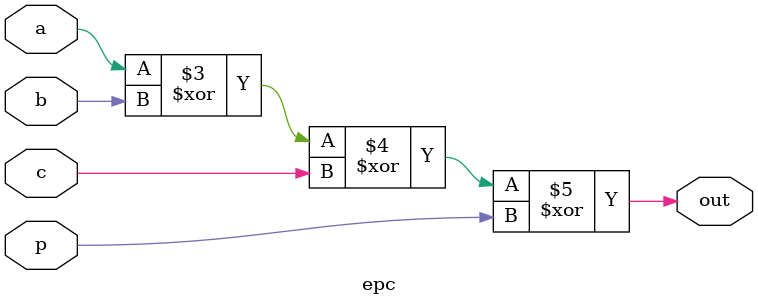
<source format=v>
module epc(
  input a,b,c,p,
  output out);
  assign out=(a^b^c^p);
endmodule


//Testbench
module epc_tb;
  reg a,b,c,p;
  wire out;
  epc uut(a,b,c,p,out);
  initial begin
    repeat(5)begin
     a=$random;b=$random;c=$random;p=$random;#5;
    end
  end
  initial begin
    $monitor("$time=%0t,a=%b,b=%b,c=%b,p=%b,out=%b",$time,a,b,c,p,out);
  end
endmodule

</source>
